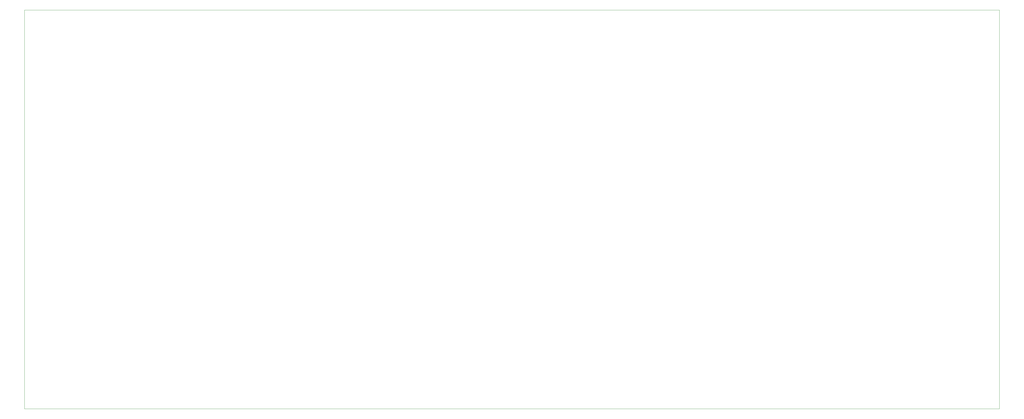
<source format=gbr>
%TF.GenerationSoftware,KiCad,Pcbnew,(5.1.12)-1*%
%TF.CreationDate,2022-05-13T18:30:43+02:00*%
%TF.ProjectId,Keyboard,4b657962-6f61-4726-942e-6b696361645f,rev?*%
%TF.SameCoordinates,Original*%
%TF.FileFunction,Profile,NP*%
%FSLAX46Y46*%
G04 Gerber Fmt 4.6, Leading zero omitted, Abs format (unit mm)*
G04 Created by KiCad (PCBNEW (5.1.12)-1) date 2022-05-13 18:30:43*
%MOMM*%
%LPD*%
G01*
G04 APERTURE LIST*
%TA.AperFunction,Profile*%
%ADD10C,0.100000*%
%TD*%
G04 APERTURE END LIST*
D10*
X354330000Y-6350000D02*
X354330000Y-144780000D01*
X16510000Y-6350000D02*
X354330000Y-6350000D01*
X16510000Y-144780000D02*
X16510000Y-6350000D01*
X354330000Y-144780000D02*
X16510000Y-144780000D01*
M02*

</source>
